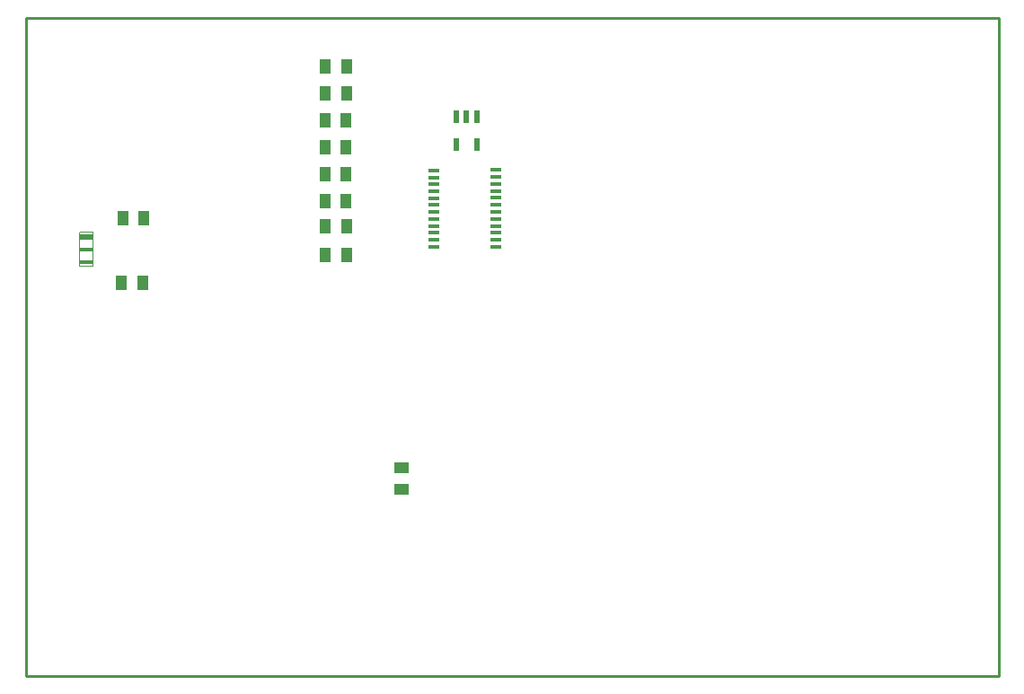
<source format=gbp>
%FSTAX24Y24*%
%MOIN*%
%SFA1B1*%

%IPPOS*%
%ADD10R,0.044000X0.056000*%
%ADD11R,0.022000X0.048000*%
%ADD12R,0.056000X0.044000*%
%ADD16C,0.010000*%
%ADD18R,0.001000X0.129300*%
%ADD19R,0.001000X0.001000*%
%ADD20R,0.001000X0.017000*%
%ADD21R,0.001000X0.016400*%
%ADD22R,0.001000X0.016300*%
%ADD23R,0.001000X0.000900*%
%ADD24R,0.001300X0.001000*%
%ADD25R,0.001300X0.017000*%
%ADD26R,0.001300X0.016400*%
%ADD27R,0.001300X0.016300*%
%ADD28R,0.001300X0.000900*%
%ADD29R,0.000900X0.001000*%
%ADD30R,0.000900X0.017000*%
%ADD31R,0.000900X0.016400*%
%ADD32R,0.000900X0.016300*%
%ADD33R,0.000900X0.000900*%
%ADD34R,0.000900X0.129300*%
%ADD49R,0.039000X0.012000*%
%LNshield2gen-1*%
%LPD*%
G54D10*
X032056Y03195D03*
X03285D03*
X032056Y033D03*
X03285D03*
X03205Y03395D03*
X032844D03*
X03205Y03495D03*
X032844D03*
X03205Y03595D03*
X032844D03*
X03205Y03695D03*
X032844D03*
X032056Y03795D03*
X03285D03*
X032056Y03895D03*
X03285D03*
X025344Y0333D03*
X02455D03*
X025294Y0309D03*
X0245D03*
G54D11*
X036926Y037062D03*
X0373D03*
X03768D03*
Y03603D03*
X036926D03*
G54D12*
X0349Y024044D03*
Y02325D03*
G54D16*
X02095Y0163D02*
Y04075D01*
Y0163D02*
X05705D01*
Y04075*
D01*
X02095D02*
X05705D01*
G54D18*
X022975Y032143D03*
G54D19*
X022985Y032785D03*
X022995D03*
X023005D03*
X023015D03*
X023025D03*
X023035D03*
X023045D03*
X023055D03*
X023065D03*
X023075D03*
X023085D03*
X023095D03*
X023105D03*
X023115D03*
X023125D03*
X023135D03*
X023145D03*
X023155D03*
X023165D03*
X023175D03*
X023185D03*
X023195D03*
X023205D03*
G54D20*
X022985Y032615D03*
X022995D03*
X023005D03*
X023015D03*
X023025D03*
X023035D03*
X023045D03*
X023055D03*
X023065D03*
X023075D03*
X023085D03*
X023095D03*
X023105D03*
X023115D03*
X023125D03*
X023135D03*
X023145D03*
X023155D03*
X023165D03*
X023175D03*
X023185D03*
X023195D03*
X023205D03*
G54D21*
X022985Y032138D03*
X022995D03*
X023005D03*
X023015D03*
X023025D03*
X023035D03*
X023045D03*
X023055D03*
X023065D03*
X023075D03*
X023085D03*
X023095D03*
X023105D03*
X023115D03*
X023125D03*
X023135D03*
X023145D03*
X023155D03*
X023165D03*
X023175D03*
X023185D03*
X023195D03*
X023205D03*
G54D22*
X022985Y031665D03*
X022995D03*
X023005D03*
X023015D03*
X023025D03*
X023035D03*
X023045D03*
X023055D03*
X023065D03*
X023075D03*
X023085D03*
X023095D03*
X023105D03*
X023115D03*
X023125D03*
X023135D03*
X023145D03*
X023155D03*
X023165D03*
X023175D03*
X023185D03*
X023195D03*
X023205D03*
G54D23*
X022985Y031501D03*
X022995D03*
X023005D03*
X023015D03*
X023025D03*
X023035D03*
X023045D03*
X023055D03*
X023065D03*
X023075D03*
X023085D03*
X023095D03*
X023105D03*
X023115D03*
X023125D03*
X023135D03*
X023145D03*
X023155D03*
X023165D03*
X023175D03*
X023185D03*
X023195D03*
X023205D03*
G54D24*
X023216Y032785D03*
G54D25*
X023216Y032615D03*
G54D26*
X023216Y032138D03*
G54D27*
X023216Y031665D03*
G54D28*
X023216Y031501D03*
G54D29*
X023227Y032785D03*
X023236D03*
X023244D03*
X023253D03*
X023262D03*
X02327D03*
X023279D03*
X023287D03*
X023296D03*
X023305D03*
X023313D03*
X023322D03*
X02333D03*
X023339D03*
X023348D03*
X023356D03*
X023365D03*
X023373D03*
X023382D03*
X023391D03*
X023399D03*
X023408D03*
X023416D03*
X023425D03*
X023434D03*
X023442D03*
X023451D03*
X023459D03*
G54D30*
X023227Y032615D03*
X023236D03*
X023244D03*
X023253D03*
X023262D03*
X02327D03*
X023279D03*
X023287D03*
X023296D03*
X023305D03*
X023313D03*
X023322D03*
X02333D03*
X023339D03*
X023348D03*
X023356D03*
X023365D03*
X023373D03*
X023382D03*
X023391D03*
X023399D03*
X023408D03*
X023416D03*
X023425D03*
X023434D03*
X023442D03*
X023451D03*
X023459D03*
G54D31*
X023227Y032138D03*
X023236D03*
X023244D03*
X023253D03*
X023262D03*
X02327D03*
X023279D03*
X023287D03*
X023296D03*
X023305D03*
X023313D03*
X023322D03*
X02333D03*
X023339D03*
X023348D03*
X023356D03*
X023365D03*
X023373D03*
X023382D03*
X023391D03*
X023399D03*
X023408D03*
X023416D03*
X023425D03*
X023434D03*
X023442D03*
X023451D03*
X023459D03*
G54D32*
X023227Y031665D03*
X023236D03*
X023244D03*
X023253D03*
X023262D03*
X02327D03*
X023279D03*
X023287D03*
X023296D03*
X023304D03*
X023313D03*
X023322D03*
X02333D03*
X023339D03*
X023347D03*
X023356D03*
X023365D03*
X023373D03*
X023382D03*
X023391D03*
X023399D03*
X023408D03*
X023416D03*
X023425D03*
X023433D03*
X023442D03*
X023451D03*
X023459D03*
G54D33*
X023227Y031501D03*
X023236D03*
X023244D03*
X023253D03*
X023262D03*
X02327D03*
X023279D03*
X023287D03*
X023296D03*
X023305D03*
X023313D03*
X023322D03*
X02333D03*
X023339D03*
X023348D03*
X023356D03*
X023365D03*
X023373D03*
X023382D03*
X023391D03*
X023399D03*
X023408D03*
X023416D03*
X023425D03*
X023434D03*
X023442D03*
X023451D03*
X023459D03*
G54D34*
X023468Y032143D03*
G54D49*
X038399Y033795D03*
Y034055D03*
Y034315D03*
Y034577D03*
X038396Y034841D03*
X038397Y035099D03*
X036101Y035064D03*
Y034814D03*
Y032248D03*
Y032504D03*
Y03276D03*
Y033016D03*
Y033272D03*
Y03353D03*
Y03379D03*
Y03404D03*
X0384Y033016D03*
Y032766D03*
Y032506D03*
Y032248D03*
X036101Y0343D03*
Y03456D03*
X0384Y033276D03*
Y033536D03*
M02*
</source>
